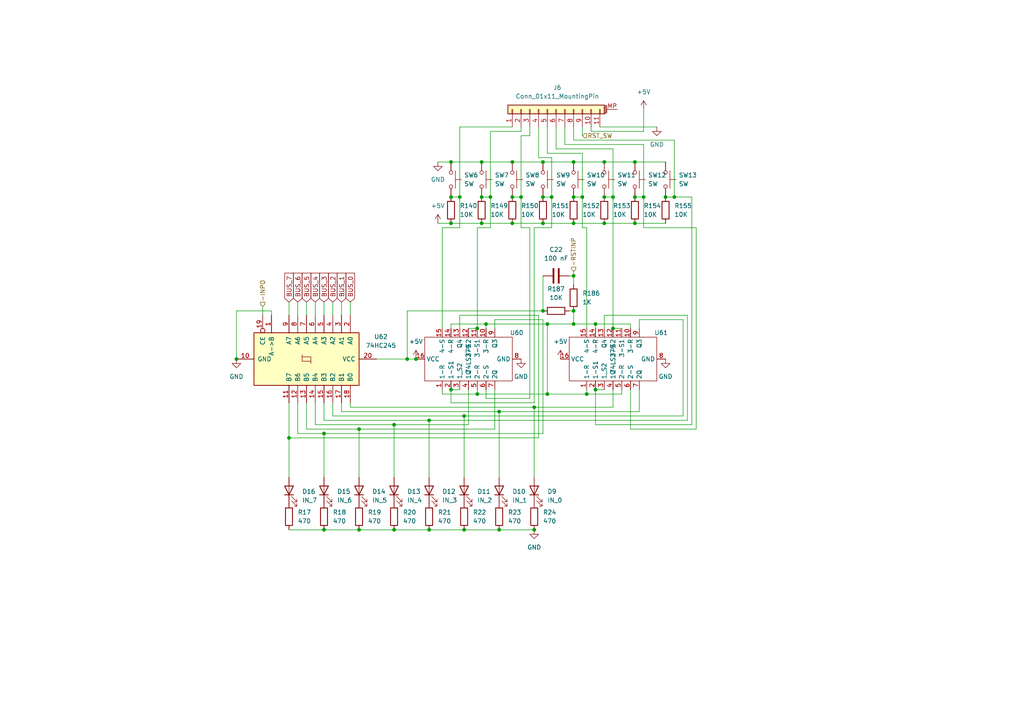
<source format=kicad_sch>
(kicad_sch (version 20230121) (generator eeschema)
  (paper "A4")
  (title_block (title "Input Register") (date "2023-07-17") (rev "1"))
  (lib_symbols
    (symbol "74xx:74HC245" (pin_names (offset 1.016))
      (property "Reference" "U" (at -7.62 16.51 0))
      (property "Value" "74HC245" (at -7.62 -16.51 0))
      (symbol "74HC245_1_0"
        (polyline (pts (xy -0.635 -1.27) (xy -0.635 1.27) (xy 0.635 1.27)))
        (polyline (pts (xy -1.27 -1.27) (xy 0.635 -1.27) (xy 0.635 1.27) (xy 1.27 1.27)))
        (pin input line (at -12.7 -10.16 0) (length 5.08) (name "A->B") (number "1"))
        (pin power_in line (at 0 -20.32 90) (length 5.08) (name "GND") (number "10"))
        (pin tri_state line (at 12.7 -5.08 180) (length 5.08) (name "B7") (number "11"))
        (pin tri_state line (at 12.7 -2.54 180) (length 5.08) (name "B6") (number "12"))
        (pin tri_state line (at 12.7 0 180) (length 5.08) (name "B5") (number "13"))
        (pin tri_state line (at 12.7 2.54 180) (length 5.08) (name "B4") (number "14"))
        (pin tri_state line (at 12.7 5.08 180) (length 5.08) (name "B3") (number "15"))
        (pin tri_state line (at 12.7 7.62 180) (length 5.08) (name "B2") (number "16"))
        (pin tri_state line (at 12.7 10.16 180) (length 5.08) (name "B1") (number "17"))
        (pin tri_state line (at 12.7 12.7 180) (length 5.08) (name "B0") (number "18"))
        (pin input inverted (at -12.7 -12.7 0) (length 5.08) (name "CE") (number "19"))
        (pin tri_state line (at -12.7 12.7 0) (length 5.08) (name "A0") (number "2"))
        (pin power_in line (at 0 20.32 270) (length 5.08) (name "VCC") (number "20"))
        (pin tri_state line (at -12.7 10.16 0) (length 5.08) (name "A1") (number "3"))
        (pin tri_state line (at -12.7 7.62 0) (length 5.08) (name "A2") (number "4"))
        (pin tri_state line (at -12.7 5.08 0) (length 5.08) (name "A3") (number "5"))
        (pin tri_state line (at -12.7 2.54 0) (length 5.08) (name "A4") (number "6"))
        (pin tri_state line (at -12.7 0 0) (length 5.08) (name "A5") (number "7"))
        (pin tri_state line (at -12.7 -2.54 0) (length 5.08) (name "A6") (number "8"))
        (pin tri_state line (at -12.7 -5.08 0) (length 5.08) (name "A7") (number "9"))
      )
      (symbol "74HC245_1_1"
        (rectangle (start -7.62 15.24) (end 7.62 -15.24) (stroke (width 0.254)) (fill (type background)))
      )
    )
    (symbol "Connector_Generic_MountingPin:Conn_01x11_MountingPin" (pin_names (offset 1.016) hide)
      (property "Reference" "J" (at 0 15.24 0))
      (property "Value" "Conn_01x11_MountingPin" (at 1.27 -15.24 0))
      (symbol "Conn_01x11_MountingPin_1_1"
        (rectangle (start -1.27 -12.573) (end 0 -12.827) (stroke (width 0.1524)))
        (rectangle (start -1.27 -10.033) (end 0 -10.287) (stroke (width 0.1524)))
        (rectangle (start -1.27 -7.493) (end 0 -7.747) (stroke (width 0.1524)))
        (rectangle (start -1.27 -4.953) (end 0 -5.207) (stroke (width 0.1524)))
        (rectangle (start -1.27 -2.413) (end 0 -2.667) (stroke (width 0.1524)))
        (rectangle (start -1.27 0.127) (end 0 -0.127) (stroke (width 0.1524)))
        (rectangle (start -1.27 2.667) (end 0 2.413) (stroke (width 0.1524)))
        (rectangle (start -1.27 5.207) (end 0 4.953) (stroke (width 0.1524)))
        (rectangle (start -1.27 7.747) (end 0 7.493) (stroke (width 0.1524)))
        (rectangle (start -1.27 10.287) (end 0 10.033) (stroke (width 0.1524)))
        (rectangle (start -1.27 12.827) (end 0 12.573) (stroke (width 0.1524)))
        (rectangle (start -1.27 13.97) (end 1.27 -13.97) (stroke (width 0.254)) (fill (type background)))
        (polyline (pts (xy -1.016 -14.732) (xy 1.016 -14.732)) (stroke (width 0.1524)))
        (text "Mounting" (at 0 -14.351 0) (effects (font (size 0.381 0.381))))
        (pin passive line (at -5.08 12.7 0) (length 3.81) (name "Pin_1") (number "1"))
        (pin passive line (at -5.08 -10.16 0) (length 3.81) (name "Pin_10") (number "10"))
        (pin passive line (at -5.08 -12.7 0) (length 3.81) (name "Pin_11") (number "11"))
        (pin passive line (at -5.08 10.16 0) (length 3.81) (name "Pin_2") (number "2"))
        (pin passive line (at -5.08 7.62 0) (length 3.81) (name "Pin_3") (number "3"))
        (pin passive line (at -5.08 5.08 0) (length 3.81) (name "Pin_4") (number "4"))
        (pin passive line (at -5.08 2.54 0) (length 3.81) (name "Pin_5") (number "5"))
        (pin passive line (at -5.08 0 0) (length 3.81) (name "Pin_6") (number "6"))
        (pin passive line (at -5.08 -2.54 0) (length 3.81) (name "Pin_7") (number "7"))
        (pin passive line (at -5.08 -5.08 0) (length 3.81) (name "Pin_8") (number "8"))
        (pin passive line (at -5.08 -7.62 0) (length 3.81) (name "Pin_9") (number "9"))
        (pin passive line (at 0 -17.78 90) (length 3.048) (name "MountPin") (number "MP"))
      )
    )
    (symbol "Device:C" (pin_numbers hide) (pin_names (offset 0.254))
      (property "Reference" "C" (at 0.635 2.54 0))
      (property "Value" "C" (at 0.635 -2.54 0))
      (symbol "C_0_1"
        (polyline (pts (xy -2.032 -0.762) (xy 2.032 -0.762)) (stroke (width 0.508)))
        (polyline (pts (xy -2.032 0.762) (xy 2.032 0.762)) (stroke (width 0.508)))
      )
      (symbol "C_1_1"
        (pin passive line (at 0 3.81 270) (length 2.794) (name "~") (number "1"))
        (pin passive line (at 0 -3.81 90) (length 2.794) (name "~") (number "2"))
      )
    )
    (symbol "Device:LED" (pin_numbers hide) (pin_names (offset 1.016) hide)
      (property "Reference" "D" (at 0 2.54 0))
      (property "Value" "LED" (at 0 -2.54 0))
      (symbol "LED_0_1"
        (polyline (pts (xy -1.27 -1.27) (xy -1.27 1.27)) (stroke (width 0.254)))
        (polyline (pts (xy -1.27 0) (xy 1.27 0)))
        (polyline (pts (xy 1.27 -1.27) (xy 1.27 1.27) (xy -1.27 0) (xy 1.27 -1.27)) (stroke (width 0.254)))
        (polyline (pts (xy -3.048 -0.762) (xy -4.572 -2.286) (xy -3.81 -2.286) (xy -4.572 -2.286) (xy -4.572 -1.524)))
        (polyline (pts (xy -1.778 -0.762) (xy -3.302 -2.286) (xy -2.54 -2.286) (xy -3.302 -2.286) (xy -3.302 -1.524)))
      )
      (symbol "LED_1_1"
        (pin passive line (at -3.81 0 0) (length 2.54) (name "K") (number "1"))
        (pin passive line (at 3.81 0 180) (length 2.54) (name "A") (number "2"))
      )
    )
    (symbol "Device:R" (pin_numbers hide) (pin_names (offset 0))
      (property "Reference" "R" (at 2.032 0 90))
      (property "Value" "R" (at 0 0 90))
      (symbol "R_0_1"
        (rectangle (start -1.016 -2.54) (end 1.016 2.54) (stroke (width 0.254)))
      )
      (symbol "R_1_1"
        (pin passive line (at 0 3.81 270) (length 1.27) (name "~") (number "1"))
        (pin passive line (at 0 -3.81 90) (length 1.27) (name "~") (number "2"))
      )
    )
    (symbol "Parallel_EEPROM:SN74LS279"
      (property "Reference" "U" (at 0 0 0))
      (symbol "SN74LS279_0_1"
        (rectangle (start -6.35 12.7) (end 6.35 -12.7))
      )
      (symbol "SN74LS279_1_1"
        (pin input line (at -8.89 7.62 0) (length 2.54) (name "1-R") (number "1"))
        (pin input line (at 8.89 -5.08 180) (length 2.54) (name "3-R") (number "10"))
        (pin input line (at 8.89 -2.54 180) (length 2.54) (name "3-S1") (number "11"))
        (pin input line (at 8.89 0 180) (length 2.54) (name "3-S2") (number "12"))
        (pin output line (at 8.89 2.54 180) (length 2.54) (name "Q4") (number "13"))
        (pin input line (at 8.89 5.08 180) (length 2.54) (name "4-R") (number "14"))
        (pin input line (at 8.89 7.62 180) (length 2.54) (name "4-S") (number "15"))
        (pin power_in line (at 0 15.24 270) (length 2.54) (name "VCC") (number "16"))
        (pin input line (at -8.89 5.08 0) (length 2.54) (name "1-S1") (number "2"))
        (pin input line (at -8.89 2.54 0) (length 2.54) (name "1_S2") (number "3"))
        (pin output line (at -8.89 0 0) (length 2.54) (name "1Q") (number "4"))
        (pin input line (at -8.89 -2.54 0) (length 2.54) (name "2-R") (number "5"))
        (pin input line (at -8.89 -5.08 0) (length 2.54) (name "2-S") (number "6"))
        (pin output line (at -8.89 -7.62 0) (length 2.54) (name "2Q") (number "7"))
        (pin power_in line (at 0 -15.24 90) (length 2.54) (name "GND") (number "8"))
        (pin output line (at 8.89 -7.62 180) (length 2.54) (name "Q3") (number "9"))
      )
    )
    (symbol "SN74LS279_1"
      (property "Reference" "U" (at 0 0 0))
      (symbol "SN74LS279_1_0_1"
        (rectangle (start -6.35 12.7) (end 6.35 -12.7))
      )
      (symbol "SN74LS279_1_1_1"
        (pin input line (at -8.89 7.62 0) (length 2.54) (name "1-R") (number "1"))
        (pin input line (at 8.89 -5.08 180) (length 2.54) (name "3-R") (number "10"))
        (pin input line (at 8.89 -2.54 180) (length 2.54) (name "3-S1") (number "11"))
        (pin input line (at 8.89 0 180) (length 2.54) (name "3-S2") (number "12"))
        (pin output line (at 8.89 2.54 180) (length 2.54) (name "Q4") (number "13"))
        (pin input line (at 8.89 5.08 180) (length 2.54) (name "4-R") (number "14"))
        (pin input line (at 8.89 7.62 180) (length 2.54) (name "4-S") (number "15"))
        (pin power_in line (at 0 15.24 270) (length 2.54) (name "VCC") (number "16"))
        (pin input line (at -8.89 5.08 0) (length 2.54) (name "1-S1") (number "2"))
        (pin input line (at -8.89 2.54 0) (length 2.54) (name "1_S2") (number "3"))
        (pin output line (at -8.89 0 0) (length 2.54) (name "1Q") (number "4"))
        (pin input line (at -8.89 -2.54 0) (length 2.54) (name "2-R") (number "5"))
        (pin input line (at -8.89 -5.08 0) (length 2.54) (name "2-S") (number "6"))
        (pin output line (at -8.89 -7.62 0) (length 2.54) (name "2Q") (number "7"))
        (pin power_in line (at 0 -15.24 90) (length 2.54) (name "GND") (number "8"))
        (pin output line (at 8.89 -7.62 180) (length 2.54) (name "Q3") (number "9"))
      )
    )
    (symbol "Switch:SW_Push" (pin_numbers hide) (pin_names (offset 1.016) hide)
      (property "Reference" "SW" (at 1.27 2.54 0))
      (property "Value" "SW_Push" (at 0 -1.524 0))
      (symbol "SW_Push_0_1"
        (circle (center -2.032 0) (radius 0.508))
        (polyline (pts (xy 0 1.27) (xy 0 3.048)))
        (polyline (pts (xy 2.54 1.27) (xy -2.54 1.27)))
        (circle (center 2.032 0) (radius 0.508))
        (pin passive line (at -5.08 0 0) (length 2.54) (name "1") (number "1"))
        (pin passive line (at 5.08 0 180) (length 2.54) (name "2") (number "2"))
      )
    )
    (symbol "power:+5V" (power) (pin_names (offset 0))
      (property "Value" "+5V" (at 0 3.556 0))
      (symbol "+5V_0_1"
        (polyline (pts (xy -0.762 1.27) (xy 0 2.54)))
        (polyline (pts (xy 0 0) (xy 0 2.54)))
        (polyline (pts (xy 0 2.54) (xy 0.762 1.27)))
      )
      (symbol "+5V_1_1"
        (pin power_in line (at 0 0 90) (length 0) hide (name "+5V") (number "1"))
      )
    )
    (symbol "power:GND" (power) (pin_names (offset 0))
      (property "Value" "GND" (at 0 -3.81 0))
      (symbol "GND_0_1"
        (polyline (pts (xy 0 0) (xy 0 -1.27) (xy 1.27 -1.27) (xy 0 -2.54) (xy -1.27 -1.27) (xy 0 -1.27)))
      )
      (symbol "GND_1_1"
        (pin power_in line (at 0 0 270) (length 0) hide (name "GND") (number "1"))
      )
    )
  )
  (junction (at 177.8 95.25))
  (junction (at 93.98 153.67))
  (junction (at 130.81 46.99))
  (junction (at 138.43 95.25))
  (junction (at 124.46 153.67))
  (junction (at 154.94 118.11))
  (junction (at 139.7 64.77))
  (junction (at 130.81 57.15))
  (junction (at 139.7 57.15))
  (junction (at 172.72 113.03))
  (junction (at 186.69 57.15))
  (junction (at 118.11 104.14))
  (junction (at 157.48 64.77))
  (junction (at 170.18 114.3))
  (junction (at 114.3 123.19))
  (junction (at 83.82 127))
  (junction (at 140.97 93.98))
  (junction (at 114.3 153.67))
  (junction (at 134.62 153.67))
  (junction (at 154.94 153.67))
  (junction (at 166.37 64.77))
  (junction (at 158.75 93.98))
  (junction (at 157.48 46.99))
  (junction (at 120.65 104.14))
  (junction (at 157.48 90.17))
  (junction (at 133.35 57.15))
  (junction (at 104.14 124.46))
  (junction (at 175.26 57.15))
  (junction (at 166.37 90.17))
  (junction (at 93.98 125.73))
  (junction (at 195.58 57.15))
  (junction (at 193.04 57.15))
  (junction (at 104.14 153.67))
  (junction (at 124.46 121.92))
  (junction (at 160.02 57.15))
  (junction (at 166.37 46.99))
  (junction (at 184.15 64.77))
  (junction (at 175.26 46.99))
  (junction (at 142.24 57.15))
  (junction (at 172.72 93.98))
  (junction (at 148.59 57.15))
  (junction (at 130.81 64.77))
  (junction (at 166.37 57.15))
  (junction (at 166.37 93.98))
  (junction (at 148.59 64.77))
  (junction (at 144.78 119.38))
  (junction (at 158.75 114.3))
  (junction (at 184.15 46.99))
  (junction (at 175.26 64.77))
  (junction (at 134.62 120.65))
  (junction (at 184.15 57.15))
  (junction (at 166.37 80.01))
  (junction (at 148.59 46.99))
  (junction (at 144.78 153.67))
  (junction (at 138.43 114.3))
  (junction (at 168.91 57.15))
  (junction (at 139.7 46.99))
  (junction (at 157.48 57.15))
  (junction (at 177.8 57.15))
  (junction (at 68.58 104.14))
  (junction (at 130.81 113.03))
  (junction (at 151.13 57.15))
  (wire (pts (xy 156.21 127) (xy 156.21 91.44)))
  (wire (pts (xy 140.97 93.98) (xy 140.97 95.25)))
  (wire (pts (xy 200.66 123.19) (xy 200.66 57.15)))
  (wire (pts (xy 133.35 66.04) (xy 133.35 57.15)))
  (wire (pts (xy 172.72 123.19) (xy 200.66 123.19)))
  (wire (pts (xy 175.26 91.44) (xy 175.26 95.25)))
  (wire (pts (xy 88.9 124.46) (xy 104.14 124.46)))
  (wire (pts (xy 143.51 124.46) (xy 143.51 113.03)))
  (wire (pts (xy 168.91 57.15) (xy 166.37 57.15)))
  (wire (pts (xy 133.35 36.83) (xy 148.59 36.83)))
  (wire (pts (xy 93.98 87.63) (xy 93.98 91.44)))
  (wire (pts (xy 153.67 66.04) (xy 151.13 66.04)))
  (wire (pts (xy 109.22 104.14) (xy 118.11 104.14)))
  (wire (pts (xy 128.27 66.04) (xy 133.35 66.04)))
  (wire (pts (xy 135.89 123.19) (xy 135.89 113.03)))
  (wire (pts (xy 96.52 87.63) (xy 96.52 91.44)))
  (wire (pts (xy 184.15 64.77) (xy 193.04 64.77)))
  (wire (pts (xy 154.94 116.84) (xy 154.94 66.04)))
  (wire (pts (xy 130.81 113.03) (xy 133.35 113.03)))
  (wire (pts (xy 93.98 125.73) (xy 157.48 125.73)))
  (wire (pts (xy 134.62 120.65) (xy 134.62 138.43)))
  (wire (pts (xy 88.9 87.63) (xy 88.9 91.44)))
  (wire (pts (xy 186.69 57.15) (xy 186.69 41.91)))
  (wire (pts (xy 134.62 120.65) (xy 198.12 120.65)))
  (wire (pts (xy 130.81 46.99) (xy 139.7 46.99)))
  (wire (pts (xy 186.69 38.1) (xy 186.69 31.75)))
  (wire (pts (xy 186.69 41.91) (xy 163.83 41.91)))
  (wire (pts (xy 99.06 87.63) (xy 99.06 91.44)))
  (wire (pts (xy 160.02 45.72) (xy 156.21 45.72)))
  (wire (pts (xy 160.02 57.15) (xy 160.02 45.72)))
  (wire (pts (xy 138.43 95.25) (xy 138.43 66.04)))
  (wire (pts (xy 158.75 93.98) (xy 158.75 114.3)))
  (wire (pts (xy 124.46 121.92) (xy 124.46 138.43)))
  (wire (pts (xy 138.43 66.04) (xy 142.24 66.04)))
  (wire (pts (xy 104.14 124.46) (xy 143.51 124.46)))
  (wire (pts (xy 161.29 43.18) (xy 161.29 36.83)))
  (wire (pts (xy 128.27 95.25) (xy 128.27 66.04)))
  (wire (pts (xy 177.8 57.15) (xy 177.8 43.18)))
  (wire (pts (xy 144.78 119.38) (xy 185.42 119.38)))
  (wire (pts (xy 83.82 127) (xy 83.82 138.43)))
  (wire (pts (xy 93.98 153.67) (xy 104.14 153.67)))
  (wire (pts (xy 201.93 66.04) (xy 186.69 66.04)))
  (wire (pts (xy 140.97 113.03) (xy 140.97 115.57)))
  (wire (pts (xy 158.75 114.3) (xy 170.18 114.3)))
  (wire (pts (xy 114.3 123.19) (xy 135.89 123.19)))
  (wire (pts (xy 166.37 93.98) (xy 172.72 93.98)))
  (wire (pts (xy 144.78 153.67) (xy 154.94 153.67)))
  (wire (pts (xy 101.6 118.11) (xy 154.94 118.11)))
  (wire (pts (xy 135.89 95.25) (xy 138.43 95.25)))
  (wire (pts (xy 93.98 125.73) (xy 93.98 138.43)))
  (wire (pts (xy 186.69 57.15) (xy 184.15 57.15)))
  (wire (pts (xy 144.78 119.38) (xy 144.78 138.43)))
  (wire (pts (xy 93.98 121.92) (xy 124.46 121.92)))
  (wire (pts (xy 154.94 138.43) (xy 154.94 118.11)))
  (wire (pts (xy 138.43 114.3) (xy 158.75 114.3)))
  (wire (pts (xy 151.13 39.37) (xy 153.67 39.37)))
  (wire (pts (xy 172.72 113.03) (xy 175.26 113.03)))
  (wire (pts (xy 128.27 113.03) (xy 128.27 114.3)))
  (wire (pts (xy 199.39 91.44) (xy 175.26 91.44)))
  (wire (pts (xy 130.81 64.77) (xy 139.7 64.77)))
  (wire (pts (xy 148.59 64.77) (xy 157.48 64.77)))
  (wire (pts (xy 157.48 92.71) (xy 143.51 92.71)))
  (wire (pts (xy 151.13 38.1) (xy 151.13 36.83)))
  (wire (pts (xy 139.7 46.99) (xy 148.59 46.99)))
  (wire (pts (xy 165.1 90.17) (xy 166.37 90.17)))
  (wire (pts (xy 133.35 57.15) (xy 130.81 57.15)))
  (wire (pts (xy 170.18 66.04) (xy 168.91 66.04)))
  (wire (pts (xy 133.35 91.44) (xy 133.35 95.25)))
  (wire (pts (xy 157.48 90.17) (xy 118.11 90.17)))
  (wire (pts (xy 166.37 80.01) (xy 166.37 82.55)))
  (wire (pts (xy 186.69 66.04) (xy 186.69 57.15)))
  (wire (pts (xy 99.06 119.38) (xy 144.78 119.38)))
  (wire (pts (xy 201.93 124.46) (xy 201.93 66.04)))
  (wire (pts (xy 124.46 121.92) (xy 199.39 121.92)))
  (wire (pts (xy 180.34 114.3) (xy 180.34 113.03)))
  (wire (pts (xy 142.24 57.15) (xy 142.24 38.1)))
  (wire (pts (xy 83.82 127) (xy 156.21 127)))
  (wire (pts (xy 91.44 116.84) (xy 91.44 123.19)))
  (wire (pts (xy 168.91 57.15) (xy 168.91 44.45)))
  (wire (pts (xy 173.99 36.83) (xy 190.5 36.83)))
  (wire (pts (xy 83.82 153.67) (xy 93.98 153.67)))
  (wire (pts (xy 134.62 153.67) (xy 144.78 153.67)))
  (wire (pts (xy 157.48 80.01) (xy 157.48 90.17)))
  (wire (pts (xy 130.81 113.03) (xy 130.81 116.84)))
  (wire (pts (xy 142.24 66.04) (xy 142.24 57.15)))
  (wire (pts (xy 177.8 95.25) (xy 180.34 95.25)))
  (wire (pts (xy 96.52 116.84) (xy 96.52 120.65)))
  (wire (pts (xy 130.81 95.25) (xy 130.81 93.98)))
  (wire (pts (xy 148.59 46.99) (xy 157.48 46.99)))
  (wire (pts (xy 157.48 46.99) (xy 166.37 46.99)))
  (wire (pts (xy 158.75 44.45) (xy 158.75 36.83)))
  (wire (pts (xy 157.48 125.73) (xy 157.48 92.71)))
  (wire (pts (xy 99.06 116.84) (xy 99.06 119.38)))
  (wire (pts (xy 170.18 114.3) (xy 170.18 113.03)))
  (wire (pts (xy 78.74 90.17) (xy 68.58 90.17)))
  (wire (pts (xy 143.51 92.71) (xy 143.51 95.25)))
  (wire (pts (xy 78.74 91.44) (xy 78.74 90.17)))
  (wire (pts (xy 139.7 64.77) (xy 148.59 64.77)))
  (wire (pts (xy 86.36 125.73) (xy 93.98 125.73)))
  (wire (pts (xy 124.46 153.67) (xy 134.62 153.67)))
  (wire (pts (xy 195.58 57.15) (xy 193.04 57.15)))
  (wire (pts (xy 177.8 118.11) (xy 177.8 113.03)))
  (wire (pts (xy 151.13 57.15) (xy 151.13 39.37)))
  (wire (pts (xy 154.94 66.04) (xy 160.02 66.04)))
  (wire (pts (xy 160.02 66.04) (xy 160.02 57.15)))
  (wire (pts (xy 170.18 114.3) (xy 180.34 114.3)))
  (wire (pts (xy 160.02 57.15) (xy 157.48 57.15)))
  (wire (pts (xy 168.91 44.45) (xy 158.75 44.45)))
  (wire (pts (xy 153.67 115.57) (xy 153.67 66.04)))
  (wire (pts (xy 166.37 90.17) (xy 166.37 93.98)))
  (wire (pts (xy 200.66 57.15) (xy 195.58 57.15)))
  (wire (pts (xy 86.36 116.84) (xy 86.36 125.73)))
  (wire (pts (xy 172.72 93.98) (xy 182.88 93.98)))
  (wire (pts (xy 163.83 41.91) (xy 163.83 36.83)))
  (wire (pts (xy 157.48 64.77) (xy 166.37 64.77)))
  (wire (pts (xy 185.42 92.71) (xy 185.42 95.25)))
  (wire (pts (xy 142.24 57.15) (xy 139.7 57.15)))
  (wire (pts (xy 104.14 124.46) (xy 104.14 138.43)))
  (wire (pts (xy 86.36 87.63) (xy 86.36 91.44)))
  (wire (pts (xy 166.37 78.74) (xy 166.37 80.01)))
  (wire (pts (xy 96.52 120.65) (xy 134.62 120.65)))
  (wire (pts (xy 154.94 118.11) (xy 177.8 118.11)))
  (wire (pts (xy 158.75 93.98) (xy 166.37 93.98)))
  (wire (pts (xy 76.2 88.9) (xy 76.2 91.44)))
  (wire (pts (xy 114.3 153.67) (xy 124.46 153.67)))
  (wire (pts (xy 128.27 114.3) (xy 138.43 114.3)))
  (wire (pts (xy 156.21 91.44) (xy 133.35 91.44)))
  (wire (pts (xy 133.35 57.15) (xy 133.35 36.83)))
  (wire (pts (xy 170.18 66.04) (xy 170.18 95.25)))
  (wire (pts (xy 198.12 120.65) (xy 198.12 92.71)))
  (wire (pts (xy 177.8 57.15) (xy 175.26 57.15)))
  (wire (pts (xy 185.42 119.38) (xy 185.42 113.03)))
  (wire (pts (xy 130.81 116.84) (xy 154.94 116.84)))
  (wire (pts (xy 166.37 46.99) (xy 175.26 46.99)))
  (wire (pts (xy 114.3 123.19) (xy 114.3 138.43)))
  (wire (pts (xy 175.26 64.77) (xy 184.15 64.77)))
  (wire (pts (xy 91.44 87.63) (xy 91.44 91.44)))
  (wire (pts (xy 156.21 45.72) (xy 156.21 36.83)))
  (wire (pts (xy 153.67 39.37) (xy 153.67 36.83)))
  (wire (pts (xy 83.82 116.84) (xy 83.82 127)))
  (wire (pts (xy 177.8 43.18) (xy 161.29 43.18)))
  (wire (pts (xy 171.45 38.1) (xy 186.69 38.1)))
  (wire (pts (xy 198.12 92.71) (xy 185.42 92.71)))
  (wire (pts (xy 175.26 46.99) (xy 184.15 46.99)))
  (wire (pts (xy 171.45 36.83) (xy 171.45 38.1)))
  (wire (pts (xy 140.97 115.57) (xy 153.67 115.57)))
  (wire (pts (xy 118.11 104.14) (xy 120.65 104.14)))
  (wire (pts (xy 104.14 153.67) (xy 114.3 153.67)))
  (wire (pts (xy 138.43 114.3) (xy 138.43 113.03)))
  (wire (pts (xy 182.88 113.03) (xy 182.88 124.46)))
  (wire (pts (xy 140.97 93.98) (xy 158.75 93.98)))
  (wire (pts (xy 168.91 66.04) (xy 168.91 57.15)))
  (wire (pts (xy 130.81 93.98) (xy 140.97 93.98)))
  (wire (pts (xy 166.37 64.77) (xy 175.26 64.77)))
  (wire (pts (xy 199.39 121.92) (xy 199.39 91.44)))
  (wire (pts (xy 172.72 93.98) (xy 172.72 95.25)))
  (wire (pts (xy 177.8 95.25) (xy 177.8 57.15)))
  (wire (pts (xy 184.15 46.99) (xy 193.04 46.99)))
  (wire (pts (xy 101.6 116.84) (xy 101.6 118.11)))
  (wire (pts (xy 91.44 123.19) (xy 114.3 123.19)))
  (wire (pts (xy 127 46.99) (xy 130.81 46.99)))
  (wire (pts (xy 83.82 87.63) (xy 83.82 91.44)))
  (wire (pts (xy 165.1 80.01) (xy 166.37 80.01)))
  (wire (pts (xy 142.24 38.1) (xy 151.13 38.1)))
  (wire (pts (xy 195.58 57.15) (xy 195.58 40.64)))
  (wire (pts (xy 101.6 87.63) (xy 101.6 91.44)))
  (wire (pts (xy 151.13 57.15) (xy 148.59 57.15)))
  (wire (pts (xy 118.11 90.17) (xy 118.11 104.14)))
  (wire (pts (xy 130.81 64.77) (xy 127 64.77)))
  (wire (pts (xy 166.37 40.64) (xy 166.37 36.83)))
  (wire (pts (xy 151.13 66.04) (xy 151.13 57.15)))
  (wire (pts (xy 182.88 124.46) (xy 201.93 124.46)))
  (wire (pts (xy 68.58 90.17) (xy 68.58 104.14)))
  (wire (pts (xy 182.88 93.98) (xy 182.88 95.25)))
  (wire (pts (xy 168.91 36.83) (xy 168.91 39.37)))
  (wire (pts (xy 172.72 113.03) (xy 172.72 123.19)))
  (wire (pts (xy 195.58 40.64) (xy 166.37 40.64)))
  (wire (pts (xy 93.98 116.84) (xy 93.98 121.92)))
  (wire (pts (xy 88.9 116.84) (xy 88.9 124.46)))
  (global_label "BUS_6" (shape input) (at 86.36 87.63 90) (property "Intersheetrefs" "${INTERSHEET_REFS}" (effects hide)))
  (global_label "BUS_7" (shape input) (at 83.82 87.63 90) (property "Intersheetrefs" "${INTERSHEET_REFS}" (effects hide)))
  (global_label "BUS_0" (shape input) (at 101.6 87.63 90) (property "Intersheetrefs" "${INTERSHEET_REFS}" (effects hide)))
  (global_label "BUS_3" (shape input) (at 93.98 87.63 90) (property "Intersheetrefs" "${INTERSHEET_REFS}" (effects hide)))
  (global_label "BUS_2" (shape input) (at 96.52 87.63 90) (property "Intersheetrefs" "${INTERSHEET_REFS}" (effects hide)))
  (global_label "BUS_4" (shape input) (at 91.44 87.63 90) (property "Intersheetrefs" "${INTERSHEET_REFS}" (effects hide)))
  (global_label "BUS_1" (shape input) (at 99.06 87.63 90) (property "Intersheetrefs" "${INTERSHEET_REFS}" (effects hide)))
  (global_label "BUS_5" (shape input) (at 88.9 87.63 90) (property "Intersheetrefs" "${INTERSHEET_REFS}" (effects hide)))
  (hierarchical_label "RST_SW" (shape input) (at 168.91 39.37 0))
  (hierarchical_label "-RSTINP" (shape input) (at 166.37 78.74 90))
  (hierarchical_label "-INPO" (shape input) (at 76.2 88.9 90))
  (symbol (lib_id "Device:R") (at 144.78 149.86 0) (unit 1)
    (property "Reference" "R23" (at 147.32 148.59 0) (effects (justify left)))
    (property "Value" "470" (at 147.32 151.13 0) (effects (justify left)))
    (property "Footprint" "Resistor_SMD:R_1206_3216Metric_Pad1.30x1.75mm_HandSolder" (effects hide))
    (instances (project "SAP-Extended" (path "" (reference "R23") (unit 1)) (path "" (reference "R31") (unit 1)) (path "" (reference "R147") (unit 1))))
  )
  (symbol (lib_id "power:+5V") (at 127 64.77 0) (unit 1)
    (property "Reference" "#PWR0112" (effects hide))
    (property "Value" "+5V" (at 127 59.69 0))
  )
  (symbol (lib_id "Device:R") (at 154.94 149.86 0) (unit 1)
    (property "Reference" "R24" (at 157.48 148.59 0) (effects (justify left)))
    (property "Value" "470" (at 157.48 151.13 0) (effects (justify left)))
    (property "Footprint" "Resistor_SMD:R_1206_3216Metric_Pad1.30x1.75mm_HandSolder" (effects hide))
    (instances (project "SAP-Extended" (path "" (reference "R24") (unit 1)) (path "" (reference "R32") (unit 1)) (path "" (reference "R148") (unit 1))))
  )
  (symbol (lib_id "Device:LED") (at 83.82 142.24 90) (unit 1)
    (property "Reference" "D16" (at 87.63 142.5575 90) (effects (justify right)))
    (property "Value" "IN_7" (at 87.63 145.0975 90) (effects (justify right)))
    (property "Footprint" "LED_THT:LED_D3.0mm" (effects hide))
    (instances (project "SAP-Extended" (path "" (reference "D16") (unit 1)) (path "" (reference "D17") (unit 1)) (path "" (reference "D122") (unit 1))))
  )
  (symbol (lib_id "power:GND") (at 151.13 104.14 0) (unit 1)
    (property "Reference" "#PWR0106" (effects hide))
    (property "Value" "GND" (at 151.13 109.22 0))
  )
  (symbol (lib_id "Device:LED") (at 114.3 142.24 90) (unit 1)
    (property "Reference" "D13" (at 118.11 142.5575 90) (effects (justify right)))
    (property "Value" "IN_4" (at 118.11 145.0975 90) (effects (justify right)))
    (property "Footprint" "LED_THT:LED_D3.0mm" (effects hide))
    (instances (project "SAP-Extended" (path "" (reference "D13") (unit 1)) (path "" (reference "D20") (unit 1)) (path "" (reference "D125") (unit 1))))
  )
  (symbol (lib_id "Device:R") (at 184.15 60.96 180) (unit 1)
    (property "Reference" "R154" (at 186.69 59.69 0) (effects (justify right)))
    (property "Value" "10K" (at 186.69 62.23 0) (effects (justify right)))
    (property "Footprint" "Resistor_SMD:R_1206_3216Metric_Pad1.30x1.75mm_HandSolder" (effects hide))
  )
  (symbol (lib_id "Device:R") (at 157.48 60.96 180) (unit 1)
    (property "Reference" "R151" (at 160.02 59.69 0) (effects (justify right)))
    (property "Value" "10K" (at 160.02 62.23 0) (effects (justify right)))
    (property "Footprint" "Resistor_SMD:R_1206_3216Metric_Pad1.30x1.75mm_HandSolder" (effects hide))
  )
  (symbol (lib_id "Device:LED") (at 134.62 142.24 90) (unit 1)
    (property "Reference" "D11" (at 138.43 142.5575 90) (effects (justify right)))
    (property "Value" "IN_2" (at 138.43 145.0975 90) (effects (justify right)))
    (property "Footprint" "LED_THT:LED_D3.0mm" (effects hide))
    (instances (project "SAP-Extended" (path "" (reference "D11") (unit 1)) (path "" (reference "D22") (unit 1)) (path "" (reference "D127") (unit 1))))
  )
  (symbol (lib_id "Switch:SW_Push") (at 184.15 52.07 270) (unit 1)
    (property "Reference" "SW12" (at 187.96 50.8 90) (effects (justify left)))
    (property "Value" "SW" (at 187.96 53.34 90) (effects (justify left)))
    (property "Footprint" "Button_Switch_THT:SW_PUSH_6mm" (effects hide))
  )
  (symbol (lib_id "Device:R") (at 139.7 60.96 180) (unit 1)
    (property "Reference" "R149" (at 142.24 59.69 0) (effects (justify right)))
    (property "Value" "10K" (at 142.24 62.23 0) (effects (justify right)))
    (property "Footprint" "Resistor_SMD:R_1206_3216Metric_Pad1.30x1.75mm_HandSolder" (effects hide))
  )
  (symbol (lib_id "Device:LED") (at 124.46 142.24 90) (unit 1)
    (property "Reference" "D12" (at 128.27 142.5575 90) (effects (justify right)))
    (property "Value" "IN_3" (at 128.27 145.0975 90) (effects (justify right)))
    (property "Footprint" "LED_THT:LED_D3.0mm" (effects hide))
    (instances (project "SAP-Extended" (path "" (reference "D12") (unit 1)) (path "" (reference "D21") (unit 1)) (path "" (reference "D126") (unit 1))))
  )
  (symbol (lib_id "Device:LED") (at 144.78 142.24 90) (unit 1)
    (property "Reference" "D10" (at 148.59 142.5575 90) (effects (justify right)))
    (property "Value" "IN_1" (at 148.59 145.0975 90) (effects (justify right)))
    (property "Footprint" "LED_THT:LED_D3.0mm" (effects hide))
    (instances (project "SAP-Extended" (path "" (reference "D10") (unit 1)) (path "" (reference "D23") (unit 1)) (path "" (reference "D128") (unit 1))))
  )
  (symbol (lib_id "Device:C") (at 161.29 80.01 270) (unit 1)
    (property "Reference" "C22" (at 161.29 72.39 90))
    (property "Value" "100 nF" (at 161.29 74.93 90))
    (property "Footprint" "Resistor_SMD:R_1206_3216Metric_Pad1.30x1.75mm_HandSolder" (effects hide))
  )
  (symbol (lib_id "Switch:SW_Push") (at 157.48 52.07 270) (unit 1)
    (property "Reference" "SW9" (at 161.29 50.8 90) (effects (justify left)))
    (property "Value" "SW" (at 161.29 53.34 90) (effects (justify left)))
    (property "Footprint" "Button_Switch_THT:SW_PUSH_6mm" (effects hide))
  )
  (symbol (lib_id "Device:R") (at 193.04 60.96 180) (unit 1)
    (property "Reference" "R155" (at 195.58 59.69 0) (effects (justify right)))
    (property "Value" "10K" (at 195.58 62.23 0) (effects (justify right)))
    (property "Footprint" "Resistor_SMD:R_1206_3216Metric_Pad1.30x1.75mm_HandSolder" (effects hide))
  )
  (symbol (lib_id "Device:R") (at 134.62 149.86 0) (unit 1)
    (property "Reference" "R22" (at 137.16 148.59 0) (effects (justify left)))
    (property "Value" "470" (at 137.16 151.13 0) (effects (justify left)))
    (property "Footprint" "Resistor_SMD:R_1206_3216Metric_Pad1.30x1.75mm_HandSolder" (effects hide))
    (instances (project "SAP-Extended" (path "" (reference "R22") (unit 1)) (path "" (reference "R30") (unit 1)) (path "" (reference "R146") (unit 1))))
  )
  (symbol (lib_id "Switch:SW_Push") (at 166.37 52.07 270) (unit 1)
    (property "Reference" "SW10" (at 170.18 50.8 90) (effects (justify left)))
    (property "Value" "SW" (at 170.18 53.34 90) (effects (justify left)))
    (property "Footprint" "Button_Switch_THT:SW_PUSH_6mm" (effects hide))
  )
  (symbol (lib_id "Device:LED") (at 93.98 142.24 90) (unit 1)
    (property "Reference" "D15" (at 97.79 142.5575 90) (effects (justify right)))
    (property "Value" "IN_6" (at 97.79 145.0975 90) (effects (justify right)))
    (property "Footprint" "LED_THT:LED_D3.0mm" (effects hide))
    (instances (project "SAP-Extended" (path "" (reference "D15") (unit 1)) (path "" (reference "D18") (unit 1)) (path "" (reference "D123") (unit 1))))
  )
  (symbol (lib_id "Switch:SW_Push") (at 139.7 52.07 270) (unit 1)
    (property "Reference" "SW7" (at 143.51 50.8 90) (effects (justify left)))
    (property "Value" "SW" (at 143.51 53.34 90) (effects (justify left)))
    (property "Footprint" "Button_Switch_THT:SW_PUSH_6mm" (effects hide))
  )
  (symbol (lib_id "Device:R") (at 93.98 149.86 0) (unit 1)
    (property "Reference" "R18" (at 96.52 148.59 0) (effects (justify left)))
    (property "Value" "470" (at 96.52 151.13 0) (effects (justify left)))
    (property "Footprint" "Resistor_SMD:R_1206_3216Metric_Pad1.30x1.75mm_HandSolder" (effects hide))
    (instances (project "SAP-Extended" (path "" (reference "R18") (unit 1)) (path "" (reference "R26") (unit 1)) (path "" (reference "R142") (unit 1))))
  )
  (symbol (lib_name "SN74LS279_1") (lib_id "Parallel_EEPROM:SN74LS279") (at 135.89 104.14 90) (unit 1)
    (property "Reference" "U60" (at 149.86 96.52 90))
    (property "Value" "74LS279" (at 135.89 104.14 0))
    (property "Footprint" "Package_DIP:DIP-16_W7.62mm_Socket" (effects hide))
  )
  (symbol (lib_id "Switch:SW_Push") (at 148.59 52.07 270) (unit 1)
    (property "Reference" "SW8" (at 152.4 50.8 90) (effects (justify left)))
    (property "Value" "SW" (at 152.4 53.34 90) (effects (justify left)))
    (property "Footprint" "Button_Switch_THT:SW_PUSH_6mm" (effects hide))
  )
  (symbol (lib_id "Device:LED") (at 154.94 142.24 90) (unit 1)
    (property "Reference" "D9" (at 158.75 142.5575 90) (effects (justify right)))
    (property "Value" "IN_0" (at 158.75 145.0975 90) (effects (justify right)))
    (property "Footprint" "LED_THT:LED_D3.0mm" (effects hide))
    (instances (project "SAP-Extended" (path "" (reference "D9") (unit 1)) (path "" (reference "D24") (unit 1)) (path "" (reference "D129") (unit 1))))
  )
  (symbol (lib_id "power:GND") (at 190.5 36.83 0) (unit 1)
    (property "Reference" "#PWR0124" (effects hide))
    (property "Value" "GND" (at 190.5 41.91 0))
  )
  (symbol (lib_id "Device:R") (at 130.81 60.96 180) (unit 1)
    (property "Reference" "R140" (at 133.35 59.69 0) (effects (justify right)))
    (property "Value" "10K" (at 133.35 62.23 0) (effects (justify right)))
    (property "Footprint" "Resistor_SMD:R_1206_3216Metric_Pad1.30x1.75mm_HandSolder" (effects hide))
  )
  (symbol (lib_id "Device:R") (at 175.26 60.96 180) (unit 1)
    (property "Reference" "R153" (at 177.8 59.69 0) (effects (justify right)))
    (property "Value" "10K" (at 177.8 62.23 0) (effects (justify right)))
    (property "Footprint" "Resistor_SMD:R_1206_3216Metric_Pad1.30x1.75mm_HandSolder" (effects hide))
  )
  (symbol (lib_id "Switch:SW_Push") (at 193.04 52.07 270) (unit 1)
    (property "Reference" "SW13" (at 196.85 50.8 90) (effects (justify left)))
    (property "Value" "SW" (at 196.85 53.34 90) (effects (justify left)))
    (property "Footprint" "Button_Switch_THT:SW_PUSH_6mm" (effects hide))
  )
  (symbol (lib_id "Device:R") (at 148.59 60.96 180) (unit 1)
    (property "Reference" "R150" (at 151.13 59.69 0) (effects (justify right)))
    (property "Value" "10K" (at 151.13 62.23 0) (effects (justify right)))
    (property "Footprint" "Resistor_SMD:R_1206_3216Metric_Pad1.30x1.75mm_HandSolder" (effects hide))
  )
  (symbol (lib_id "power:+5V") (at 120.65 104.14 0) (unit 1)
    (property "Reference" "#PWR0109" (effects hide))
    (property "Value" "+5V" (at 120.65 99.06 0))
  )
  (symbol (lib_id "Device:R") (at 83.82 149.86 0) (unit 1)
    (property "Reference" "R17" (at 86.36 148.59 0) (effects (justify left)))
    (property "Value" "470" (at 86.36 151.13 0) (effects (justify left)))
    (property "Footprint" "Resistor_SMD:R_1206_3216Metric_Pad1.30x1.75mm_HandSolder" (effects hide))
    (instances (project "SAP-Extended" (path "" (reference "R17") (unit 1)) (path "" (reference "R25") (unit 1)) (path "" (reference "R141") (unit 1))))
  )
  (symbol (lib_id "Switch:SW_Push") (at 175.26 52.07 270) (unit 1)
    (property "Reference" "SW11" (at 179.07 50.8 90) (effects (justify left)))
    (property "Value" "SW" (at 179.07 53.34 90) (effects (justify left)))
    (property "Footprint" "Button_Switch_THT:SW_PUSH_6mm" (effects hide))
  )
  (symbol (lib_id "Switch:SW_Push") (at 130.81 52.07 270) (unit 1)
    (property "Reference" "SW6" (at 134.62 50.8 90) (effects (justify left)))
    (property "Value" "SW" (at 134.62 53.34 90) (effects (justify left)))
    (property "Footprint" "Button_Switch_THT:SW_PUSH_6mm" (effects hide))
  )
  (symbol (lib_id "Device:LED") (at 104.14 142.24 90) (unit 1)
    (property "Reference" "D14" (at 107.95 142.5575 90) (effects (justify right)))
    (property "Value" "IN_5" (at 107.95 145.0975 90) (effects (justify right)))
    (property "Footprint" "LED_THT:LED_D3.0mm" (effects hide))
    (instances (project "SAP-Extended" (path "" (reference "D14") (unit 1)) (path "" (reference "D19") (unit 1)) (path "" (reference "D124") (unit 1))))
  )
  (symbol (lib_id "power:GND") (at 193.04 104.14 0) (unit 1)
    (property "Reference" "#PWR0107" (effects hide))
    (property "Value" "GND" (at 193.04 109.22 0))
  )
  (symbol (lib_id "Device:R") (at 114.3 149.86 0) (unit 1)
    (property "Reference" "R20" (at 116.84 148.59 0) (effects (justify left)))
    (property "Value" "470" (at 116.84 151.13 0) (effects (justify left)))
    (property "Footprint" "Resistor_SMD:R_1206_3216Metric_Pad1.30x1.75mm_HandSolder" (effects hide))
    (instances (project "SAP-Extended" (path "" (reference "R20") (unit 1)) (path "" (reference "R28") (unit 1)) (path "" (reference "R144") (unit 1))))
  )
  (symbol (lib_id "Connector_Generic_MountingPin:Conn_01x11_MountingPin") (at 161.29 31.75 90) (unit 1)
    (property "Reference" "J6" (at 161.6456 25.4 90))
    (property "Value" "Conn_01x11_MountingPin" (at 161.6456 27.94 90))
    (property "Footprint" "Connector_PinHeader_2.54mm:PinHeader_1x11_P2.54mm_Vertical" (effects hide))
  )
  (symbol (lib_id "power:GND") (at 68.58 104.14 0) (unit 1)
    (property "Reference" "#PWR0110" (effects hide))
    (property "Value" "GND" (at 68.58 109.22 0))
  )
  (symbol (lib_id "power:GND") (at 154.94 153.67 0) (unit 1)
    (property "Reference" "#PWR022" (effects hide))
    (property "Value" "GND" (at 154.94 158.75 0))
    (instances (project "SAP-Extended" (path "" (reference "#PWR022") (unit 1)) (path "" (reference "#PWR023") (unit 1)) (path "" (reference "#PWR0111") (unit 1))))
  )
  (symbol (lib_id "power:+5V") (at 186.69 31.75 0) (unit 1)
    (property "Reference" "#PWR0125" (effects hide))
    (property "Value" "+5V" (at 186.69 26.67 0))
  )
  (symbol (lib_id "Parallel_EEPROM:SN74LS279") (at 177.8 104.14 90) (unit 1)
    (property "Reference" "U61" (at 191.77 96.52 90))
    (property "Value" "74LS279" (at 177.8 104.14 0))
    (property "Footprint" "Package_DIP:DIP-16_W7.62mm_Socket" (effects hide))
  )
  (symbol (lib_id "Device:R") (at 166.37 60.96 180) (unit 1)
    (property "Reference" "R152" (at 168.91 59.69 0) (effects (justify right)))
    (property "Value" "10K" (at 168.91 62.23 0) (effects (justify right)))
    (property "Footprint" "Resistor_SMD:R_1206_3216Metric_Pad1.30x1.75mm_HandSolder" (effects hide))
  )
  (symbol (lib_id "power:GND") (at 127 46.99 0) (unit 1)
    (property "Reference" "#PWR0113" (effects hide))
    (property "Value" "GND" (at 127 52.07 0))
  )
  (symbol (lib_id "Device:R") (at 161.29 90.17 90) (unit 1)
    (property "Reference" "R187" (at 161.29 83.82 90))
    (property "Value" "10K" (at 161.29 86.36 90))
    (property "Footprint" "Resistor_SMD:R_1206_3216Metric_Pad1.30x1.75mm_HandSolder" (effects hide))
  )
  (symbol (lib_id "74xx:74HC245") (at 88.9 104.14 270) (unit 1)
    (property "Reference" "U62" (at 110.49 97.6883 90))
    (property "Value" "74HC245" (at 110.49 100.2283 90))
    (property "Footprint" "Package_DIP:DIP-20_W7.62mm_Socket" (effects hide))
    (property "Datasheet" "http://www.ti.com/lit/gpn/sn74HC245" (effects hide))
  )
  (symbol (lib_id "Device:R") (at 104.14 149.86 0) (unit 1)
    (property "Reference" "R19" (at 106.68 148.59 0) (effects (justify left)))
    (property "Value" "470" (at 106.68 151.13 0) (effects (justify left)))
    (property "Footprint" "Resistor_SMD:R_1206_3216Metric_Pad1.30x1.75mm_HandSolder" (effects hide))
    (instances (project "SAP-Extended" (path "" (reference "R19") (unit 1)) (path "" (reference "R27") (unit 1)) (path "" (reference "R143") (unit 1))))
  )
  (symbol (lib_id "Device:R") (at 166.37 86.36 0) (unit 1)
    (property "Reference" "R186" (at 168.91 85.09 0) (effects (justify left)))
    (property "Value" "1K" (at 168.91 87.63 0) (effects (justify left)))
    (property "Footprint" "Resistor_SMD:R_1206_3216Metric_Pad1.30x1.75mm_HandSolder" (effects hide))
  )
  (symbol (lib_id "Device:R") (at 124.46 149.86 0) (unit 1)
    (property "Reference" "R21" (at 127 148.59 0) (effects (justify left)))
    (property "Value" "470" (at 127 151.13 0) (effects (justify left)))
    (property "Footprint" "Resistor_SMD:R_1206_3216Metric_Pad1.30x1.75mm_HandSolder" (effects hide))
    (instances (project "SAP-Extended" (path "" (reference "R21") (unit 1)) (path "" (reference "R29") (unit 1)) (path "" (reference "R145") (unit 1))))
  )
  (symbol (lib_id "power:+5V") (at 162.56 104.14 0) (unit 1)
    (property "Reference" "#PWR0108" (effects hide))
    (property "Value" "+5V" (at 162.56 99.06 0))
  )
)
</source>
